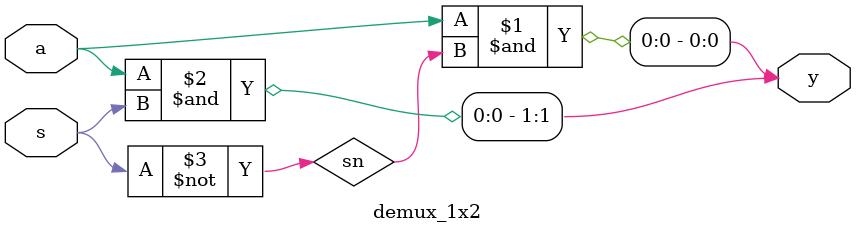
<source format=v>
module demux_1x2 (
    output [1:0] y,
    input a, s
);
    wire sn;
    not G1(sn, s);
    and G2(y[0], a, sn);
    and G3(y[1], a, s);

endmodule
</source>
